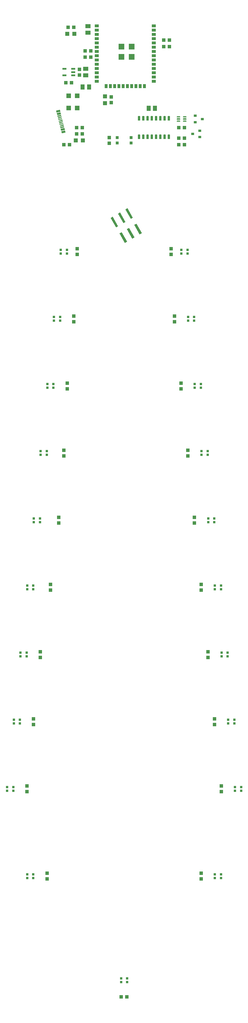
<source format=gbr>
G04 EAGLE Gerber RS-274X export*
G75*
%MOMM*%
%FSLAX34Y34*%
%LPD*%
%INSolderpaste Top*%
%IPPOS*%
%AMOC8*
5,1,8,0,0,1.08239X$1,22.5*%
G01*
%ADD10R,1.000000X1.100000*%
%ADD11R,1.100000X1.000000*%
%ADD12R,1.500000X1.240000*%
%ADD13R,1.075000X1.000000*%
%ADD14R,1.240000X1.500000*%
%ADD15R,1.200000X0.550000*%
%ADD16R,0.900000X0.900000*%
%ADD17R,1.200000X1.200000*%
%ADD18R,1.000000X1.075000*%
%ADD19R,0.900000X0.800000*%
%ADD20R,1.200000X0.900000*%
%ADD21R,0.900000X1.200000*%
%ADD22R,1.778000X1.778000*%
%ADD23C,0.155000*%
%ADD24C,0.195000*%
%ADD25R,0.736600X3.251200*%
%ADD26R,0.700000X0.700000*%
%ADD27R,1.400000X1.400000*%
%ADD28R,0.600000X1.140000*%
%ADD29R,0.300000X1.140000*%


D10*
X270000Y-2091500D03*
X270000Y-2108500D03*
X-270000Y-2091500D03*
X-270000Y-2108500D03*
X250000Y-1891500D03*
X250000Y-1908500D03*
X-250000Y-1891500D03*
X-250000Y-1908500D03*
X230000Y-1691500D03*
X230000Y-1708500D03*
X-220000Y-1691500D03*
X-220000Y-1708500D03*
X210000Y-1491500D03*
X210000Y-1508500D03*
X-170000Y-1091500D03*
X-170000Y-1108500D03*
X-195000Y-1491500D03*
X-195000Y-1508500D03*
X190000Y-1291500D03*
X190000Y-1308500D03*
X-180000Y-1291500D03*
X-180000Y-1308500D03*
X170000Y-1091500D03*
X170000Y-1108500D03*
X150000Y-891500D03*
X150000Y-908500D03*
X-150000Y-891500D03*
X-150000Y-908500D03*
X140000Y-691500D03*
X140000Y-708500D03*
X-140000Y-691500D03*
X-140000Y-708500D03*
X-290000Y-2291500D03*
X-290000Y-2308500D03*
X290000Y-2291500D03*
X290000Y-2308500D03*
X-230000Y-2551500D03*
X-230000Y-2568500D03*
X230000Y-2551500D03*
X230000Y-2568500D03*
D11*
X-8500Y-2920000D03*
X8500Y-2920000D03*
D12*
X-114300Y-174600D03*
X-114300Y-155600D03*
D13*
X-173600Y-196850D03*
X-156600Y-196850D03*
D14*
X-104800Y-209550D03*
X-123800Y-209550D03*
D15*
X-152099Y-174600D03*
X-152099Y-165100D03*
X-152099Y-155600D03*
X-178101Y-155600D03*
X-178101Y-174600D03*
D16*
X-20500Y-376300D03*
X-20500Y-360300D03*
X20500Y-360300D03*
X20500Y-376300D03*
D17*
X-57150Y-237150D03*
X-57150Y-258150D03*
D18*
X-38100Y-239150D03*
X-38100Y-256150D03*
D14*
X92050Y-273050D03*
X73050Y-273050D03*
D19*
X204900Y-349250D03*
X225900Y-339750D03*
X225900Y-358750D03*
X233250Y-304800D03*
X212250Y-314300D03*
X212250Y-295300D03*
D18*
X-133350Y-156600D03*
X-133350Y-173600D03*
D12*
X-107950Y-47600D03*
X-107950Y-28600D03*
D20*
X-81380Y-27570D03*
X-81380Y-40270D03*
X-81380Y-52970D03*
X-81380Y-65670D03*
X-81380Y-78370D03*
X-81380Y-91070D03*
X-81380Y-103770D03*
X-81380Y-116470D03*
X-81380Y-129170D03*
X-81380Y-141870D03*
X-81380Y-154570D03*
X-81380Y-167270D03*
X-81380Y-179970D03*
X-81380Y-192670D03*
D21*
X-53380Y-206570D03*
X-40680Y-206570D03*
X-27980Y-206570D03*
X-15280Y-206570D03*
X-2580Y-206570D03*
X10120Y-206570D03*
X22820Y-206570D03*
X35520Y-206570D03*
X48220Y-206570D03*
X60920Y-206570D03*
D20*
X88620Y-192670D03*
X88620Y-179970D03*
X88620Y-167270D03*
X88620Y-154570D03*
X88620Y-141870D03*
X88620Y-129170D03*
X88620Y-116470D03*
X88620Y-103770D03*
X88620Y-91070D03*
X88620Y-78370D03*
X88620Y-65670D03*
X88620Y-52970D03*
X88620Y-40270D03*
X88620Y-27570D03*
D22*
X-7810Y-89000D03*
X22670Y-89000D03*
X22670Y-119480D03*
X-7810Y-119480D03*
D13*
X-99450Y-101600D03*
X-116450Y-101600D03*
X-116450Y-120650D03*
X-99450Y-120650D03*
D18*
X-44450Y-359800D03*
X-44450Y-376800D03*
D13*
X179950Y-330200D03*
X162950Y-330200D03*
X162950Y-361950D03*
X179950Y-361950D03*
X162950Y-381000D03*
X179950Y-381000D03*
D23*
X131025Y-308475D02*
X131025Y-296925D01*
X135675Y-296925D01*
X135675Y-308475D01*
X131025Y-308475D01*
X131025Y-307003D02*
X135675Y-307003D01*
X135675Y-305531D02*
X131025Y-305531D01*
X131025Y-304059D02*
X135675Y-304059D01*
X135675Y-302587D02*
X131025Y-302587D01*
X131025Y-301115D02*
X135675Y-301115D01*
X135675Y-299643D02*
X131025Y-299643D01*
X131025Y-298171D02*
X135675Y-298171D01*
X118325Y-296925D02*
X118325Y-308475D01*
X118325Y-296925D02*
X122975Y-296925D01*
X122975Y-308475D01*
X118325Y-308475D01*
X118325Y-307003D02*
X122975Y-307003D01*
X122975Y-305531D02*
X118325Y-305531D01*
X118325Y-304059D02*
X122975Y-304059D01*
X122975Y-302587D02*
X118325Y-302587D01*
X118325Y-301115D02*
X122975Y-301115D01*
X122975Y-299643D02*
X118325Y-299643D01*
X118325Y-298171D02*
X122975Y-298171D01*
X105625Y-296925D02*
X105625Y-308475D01*
X105625Y-296925D02*
X110275Y-296925D01*
X110275Y-308475D01*
X105625Y-308475D01*
X105625Y-307003D02*
X110275Y-307003D01*
X110275Y-305531D02*
X105625Y-305531D01*
X105625Y-304059D02*
X110275Y-304059D01*
X110275Y-302587D02*
X105625Y-302587D01*
X105625Y-301115D02*
X110275Y-301115D01*
X110275Y-299643D02*
X105625Y-299643D01*
X105625Y-298171D02*
X110275Y-298171D01*
X92925Y-296925D02*
X92925Y-308475D01*
X92925Y-296925D02*
X97575Y-296925D01*
X97575Y-308475D01*
X92925Y-308475D01*
X92925Y-307003D02*
X97575Y-307003D01*
X97575Y-305531D02*
X92925Y-305531D01*
X92925Y-304059D02*
X97575Y-304059D01*
X97575Y-302587D02*
X92925Y-302587D01*
X92925Y-301115D02*
X97575Y-301115D01*
X97575Y-299643D02*
X92925Y-299643D01*
X92925Y-298171D02*
X97575Y-298171D01*
X80225Y-296925D02*
X80225Y-308475D01*
X80225Y-296925D02*
X84875Y-296925D01*
X84875Y-308475D01*
X80225Y-308475D01*
X80225Y-307003D02*
X84875Y-307003D01*
X84875Y-305531D02*
X80225Y-305531D01*
X80225Y-304059D02*
X84875Y-304059D01*
X84875Y-302587D02*
X80225Y-302587D01*
X80225Y-301115D02*
X84875Y-301115D01*
X84875Y-299643D02*
X80225Y-299643D01*
X80225Y-298171D02*
X84875Y-298171D01*
X67525Y-296925D02*
X67525Y-308475D01*
X67525Y-296925D02*
X72175Y-296925D01*
X72175Y-308475D01*
X67525Y-308475D01*
X67525Y-307003D02*
X72175Y-307003D01*
X72175Y-305531D02*
X67525Y-305531D01*
X67525Y-304059D02*
X72175Y-304059D01*
X72175Y-302587D02*
X67525Y-302587D01*
X67525Y-301115D02*
X72175Y-301115D01*
X72175Y-299643D02*
X67525Y-299643D01*
X67525Y-298171D02*
X72175Y-298171D01*
X54825Y-296925D02*
X54825Y-308475D01*
X54825Y-296925D02*
X59475Y-296925D01*
X59475Y-308475D01*
X54825Y-308475D01*
X54825Y-307003D02*
X59475Y-307003D01*
X59475Y-305531D02*
X54825Y-305531D01*
X54825Y-304059D02*
X59475Y-304059D01*
X59475Y-302587D02*
X54825Y-302587D01*
X54825Y-301115D02*
X59475Y-301115D01*
X59475Y-299643D02*
X54825Y-299643D01*
X54825Y-298171D02*
X59475Y-298171D01*
X42125Y-296925D02*
X42125Y-308475D01*
X42125Y-296925D02*
X46775Y-296925D01*
X46775Y-308475D01*
X42125Y-308475D01*
X42125Y-307003D02*
X46775Y-307003D01*
X46775Y-305531D02*
X42125Y-305531D01*
X42125Y-304059D02*
X46775Y-304059D01*
X46775Y-302587D02*
X42125Y-302587D01*
X42125Y-301115D02*
X46775Y-301115D01*
X46775Y-299643D02*
X42125Y-299643D01*
X42125Y-298171D02*
X46775Y-298171D01*
X42125Y-351925D02*
X42125Y-363475D01*
X42125Y-351925D02*
X46775Y-351925D01*
X46775Y-363475D01*
X42125Y-363475D01*
X42125Y-362003D02*
X46775Y-362003D01*
X46775Y-360531D02*
X42125Y-360531D01*
X42125Y-359059D02*
X46775Y-359059D01*
X46775Y-357587D02*
X42125Y-357587D01*
X42125Y-356115D02*
X46775Y-356115D01*
X46775Y-354643D02*
X42125Y-354643D01*
X42125Y-353171D02*
X46775Y-353171D01*
X54825Y-351925D02*
X54825Y-363475D01*
X54825Y-351925D02*
X59475Y-351925D01*
X59475Y-363475D01*
X54825Y-363475D01*
X54825Y-362003D02*
X59475Y-362003D01*
X59475Y-360531D02*
X54825Y-360531D01*
X54825Y-359059D02*
X59475Y-359059D01*
X59475Y-357587D02*
X54825Y-357587D01*
X54825Y-356115D02*
X59475Y-356115D01*
X59475Y-354643D02*
X54825Y-354643D01*
X54825Y-353171D02*
X59475Y-353171D01*
X67525Y-351925D02*
X67525Y-363475D01*
X67525Y-351925D02*
X72175Y-351925D01*
X72175Y-363475D01*
X67525Y-363475D01*
X67525Y-362003D02*
X72175Y-362003D01*
X72175Y-360531D02*
X67525Y-360531D01*
X67525Y-359059D02*
X72175Y-359059D01*
X72175Y-357587D02*
X67525Y-357587D01*
X67525Y-356115D02*
X72175Y-356115D01*
X72175Y-354643D02*
X67525Y-354643D01*
X67525Y-353171D02*
X72175Y-353171D01*
X80225Y-351925D02*
X80225Y-363475D01*
X80225Y-351925D02*
X84875Y-351925D01*
X84875Y-363475D01*
X80225Y-363475D01*
X80225Y-362003D02*
X84875Y-362003D01*
X84875Y-360531D02*
X80225Y-360531D01*
X80225Y-359059D02*
X84875Y-359059D01*
X84875Y-357587D02*
X80225Y-357587D01*
X80225Y-356115D02*
X84875Y-356115D01*
X84875Y-354643D02*
X80225Y-354643D01*
X80225Y-353171D02*
X84875Y-353171D01*
X92925Y-351925D02*
X92925Y-363475D01*
X92925Y-351925D02*
X97575Y-351925D01*
X97575Y-363475D01*
X92925Y-363475D01*
X92925Y-362003D02*
X97575Y-362003D01*
X97575Y-360531D02*
X92925Y-360531D01*
X92925Y-359059D02*
X97575Y-359059D01*
X97575Y-357587D02*
X92925Y-357587D01*
X92925Y-356115D02*
X97575Y-356115D01*
X97575Y-354643D02*
X92925Y-354643D01*
X92925Y-353171D02*
X97575Y-353171D01*
X105625Y-351925D02*
X105625Y-363475D01*
X105625Y-351925D02*
X110275Y-351925D01*
X110275Y-363475D01*
X105625Y-363475D01*
X105625Y-362003D02*
X110275Y-362003D01*
X110275Y-360531D02*
X105625Y-360531D01*
X105625Y-359059D02*
X110275Y-359059D01*
X110275Y-357587D02*
X105625Y-357587D01*
X105625Y-356115D02*
X110275Y-356115D01*
X110275Y-354643D02*
X105625Y-354643D01*
X105625Y-353171D02*
X110275Y-353171D01*
X118325Y-351925D02*
X118325Y-363475D01*
X118325Y-351925D02*
X122975Y-351925D01*
X122975Y-363475D01*
X118325Y-363475D01*
X118325Y-362003D02*
X122975Y-362003D01*
X122975Y-360531D02*
X118325Y-360531D01*
X118325Y-359059D02*
X122975Y-359059D01*
X122975Y-357587D02*
X118325Y-357587D01*
X118325Y-356115D02*
X122975Y-356115D01*
X122975Y-354643D02*
X118325Y-354643D01*
X118325Y-353171D02*
X122975Y-353171D01*
X131025Y-351925D02*
X131025Y-363475D01*
X131025Y-351925D02*
X135675Y-351925D01*
X135675Y-363475D01*
X131025Y-363475D01*
X131025Y-362003D02*
X135675Y-362003D01*
X135675Y-360531D02*
X131025Y-360531D01*
X131025Y-359059D02*
X135675Y-359059D01*
X135675Y-357587D02*
X131025Y-357587D01*
X131025Y-356115D02*
X135675Y-356115D01*
X135675Y-354643D02*
X131025Y-354643D01*
X131025Y-353171D02*
X135675Y-353171D01*
D13*
X118500Y-88900D03*
X135500Y-88900D03*
X118500Y-69850D03*
X135500Y-69850D03*
D24*
X176475Y-310325D02*
X185125Y-310325D01*
X185125Y-312275D01*
X176475Y-312275D01*
X176475Y-310325D01*
X176475Y-310423D02*
X185125Y-310423D01*
X185125Y-303825D02*
X176475Y-303825D01*
X185125Y-303825D02*
X185125Y-305775D01*
X176475Y-305775D01*
X176475Y-303825D01*
X176475Y-303923D02*
X185125Y-303923D01*
X185125Y-297325D02*
X176475Y-297325D01*
X185125Y-297325D02*
X185125Y-299275D01*
X176475Y-299275D01*
X176475Y-297325D01*
X176475Y-297423D02*
X185125Y-297423D01*
X166425Y-297325D02*
X157775Y-297325D01*
X166425Y-297325D02*
X166425Y-299275D01*
X157775Y-299275D01*
X157775Y-297325D01*
X157775Y-297423D02*
X166425Y-297423D01*
X166425Y-303825D02*
X157775Y-303825D01*
X166425Y-303825D02*
X166425Y-305775D01*
X157775Y-305775D01*
X157775Y-303825D01*
X157775Y-303923D02*
X166425Y-303923D01*
X166425Y-310325D02*
X157775Y-310325D01*
X166425Y-310325D02*
X166425Y-312275D01*
X157775Y-312275D01*
X157775Y-310325D01*
X157775Y-310423D02*
X166425Y-310423D01*
D25*
G36*
X-40299Y-599667D02*
X-33920Y-595984D01*
X-17665Y-624139D01*
X-24044Y-627822D01*
X-40299Y-599667D01*
G37*
G36*
X-13629Y-645861D02*
X-7250Y-642178D01*
X9005Y-670333D01*
X2626Y-674016D01*
X-13629Y-645861D01*
G37*
G36*
X-18302Y-586967D02*
X-11923Y-583284D01*
X4332Y-611439D01*
X-2047Y-615122D01*
X-18302Y-586967D01*
G37*
G36*
X8368Y-633161D02*
X14747Y-629478D01*
X31002Y-657633D01*
X24623Y-661316D01*
X8368Y-633161D01*
G37*
G36*
X3695Y-574267D02*
X10074Y-570584D01*
X26329Y-598739D01*
X19950Y-602422D01*
X3695Y-574267D01*
G37*
G36*
X30365Y-620461D02*
X36744Y-616778D01*
X52999Y-644933D01*
X46620Y-648616D01*
X30365Y-620461D01*
G37*
D17*
X-143850Y-368300D03*
X-122850Y-368300D03*
D13*
X-162950Y-381000D03*
X-179950Y-381000D03*
D17*
X-169250Y-50800D03*
X-148250Y-50800D03*
D13*
X-167250Y-31750D03*
X-150250Y-31750D03*
D26*
X-189150Y-694500D03*
X-189150Y-705500D03*
X-170850Y-705500D03*
X-170850Y-694500D03*
X170850Y-694500D03*
X170850Y-705500D03*
X189150Y-705500D03*
X189150Y-694500D03*
X190850Y-894500D03*
X190850Y-905500D03*
X209150Y-905500D03*
X209150Y-894500D03*
X-229150Y-1094500D03*
X-229150Y-1105500D03*
X-210850Y-1105500D03*
X-210850Y-1094500D03*
X210850Y-1094500D03*
X210850Y-1105500D03*
X229150Y-1105500D03*
X229150Y-1094500D03*
X-249150Y-1294500D03*
X-249150Y-1305500D03*
X-230850Y-1305500D03*
X-230850Y-1294500D03*
X230850Y-1294500D03*
X230850Y-1305500D03*
X249150Y-1305500D03*
X249150Y-1294500D03*
X-269150Y-1494500D03*
X-269150Y-1505500D03*
X-250850Y-1505500D03*
X-250850Y-1494500D03*
X250850Y-1494500D03*
X250850Y-1505500D03*
X269150Y-1505500D03*
X269150Y-1494500D03*
X-289150Y-1694500D03*
X-289150Y-1705500D03*
X-270850Y-1705500D03*
X-270850Y-1694500D03*
X270850Y-1694500D03*
X270850Y-1705500D03*
X289150Y-1705500D03*
X289150Y-1694500D03*
X-309150Y-1894500D03*
X-309150Y-1905500D03*
X-290850Y-1905500D03*
X-290850Y-1894500D03*
X290850Y-1894500D03*
X290850Y-1905500D03*
X309150Y-1905500D03*
X309150Y-1894500D03*
X-329150Y-2094500D03*
X-329150Y-2105500D03*
X-310850Y-2105500D03*
X-310850Y-2094500D03*
X310850Y-2094500D03*
X310850Y-2105500D03*
X329150Y-2105500D03*
X329150Y-2094500D03*
X-349150Y-2294500D03*
X-349150Y-2305500D03*
X-330850Y-2305500D03*
X-330850Y-2294500D03*
X-209150Y-894500D03*
X-209150Y-905500D03*
X-190850Y-905500D03*
X-190850Y-894500D03*
X330850Y-2294500D03*
X330850Y-2305500D03*
X349150Y-2305500D03*
X349150Y-2294500D03*
X-289150Y-2554500D03*
X-289150Y-2565500D03*
X-270850Y-2565500D03*
X-270850Y-2554500D03*
X270850Y-2554500D03*
X270850Y-2565500D03*
X289150Y-2565500D03*
X289150Y-2554500D03*
X-9150Y-2864500D03*
X-9150Y-2875500D03*
X9150Y-2875500D03*
X9150Y-2864500D03*
D27*
X-139700Y-235500D03*
X-139700Y-272500D03*
X-165100Y-235500D03*
X-165100Y-272500D03*
D28*
G36*
X-201406Y-285598D02*
X-202858Y-279778D01*
X-191798Y-277020D01*
X-190346Y-282840D01*
X-201406Y-285598D01*
G37*
G36*
X-199471Y-293361D02*
X-200923Y-287541D01*
X-189863Y-284783D01*
X-188411Y-290603D01*
X-199471Y-293361D01*
G37*
D29*
G36*
X-194633Y-312767D02*
X-195359Y-309857D01*
X-184299Y-307099D01*
X-183573Y-310009D01*
X-194633Y-312767D01*
G37*
G36*
X-195842Y-307915D02*
X-196568Y-305005D01*
X-185508Y-302247D01*
X-184782Y-305157D01*
X-195842Y-307915D01*
G37*
G36*
X-197052Y-303064D02*
X-197778Y-300154D01*
X-186718Y-297396D01*
X-185992Y-300306D01*
X-197052Y-303064D01*
G37*
G36*
X-198262Y-298213D02*
X-198988Y-295303D01*
X-187928Y-292545D01*
X-187202Y-295455D01*
X-198262Y-298213D01*
G37*
G36*
X-193423Y-317618D02*
X-194149Y-314708D01*
X-183089Y-311950D01*
X-182363Y-314860D01*
X-193423Y-317618D01*
G37*
G36*
X-192214Y-322470D02*
X-192940Y-319560D01*
X-181880Y-316802D01*
X-181154Y-319712D01*
X-192214Y-322470D01*
G37*
G36*
X-191004Y-327321D02*
X-191730Y-324411D01*
X-180670Y-321653D01*
X-179944Y-324563D01*
X-191004Y-327321D01*
G37*
G36*
X-189794Y-332173D02*
X-190520Y-329263D01*
X-179460Y-326505D01*
X-178734Y-329415D01*
X-189794Y-332173D01*
G37*
D28*
G36*
X-187859Y-339935D02*
X-189311Y-334115D01*
X-178251Y-331357D01*
X-176799Y-337177D01*
X-187859Y-339935D01*
G37*
G36*
X-185923Y-347697D02*
X-187375Y-341877D01*
X-176315Y-339119D01*
X-174863Y-344939D01*
X-185923Y-347697D01*
G37*
D13*
X-141850Y-349250D03*
X-124850Y-349250D03*
X-141850Y-330200D03*
X-124850Y-330200D03*
M02*

</source>
